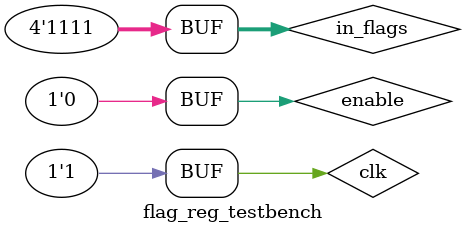
<source format=sv>
`timescale 1ns/10ps

module flag_reg #(parameter WIDTH = 64) (out_flags, in_flags, clk, enable);
		output logic [3:0] out_flags;
		input logic [3:0] in_flags;
		input logic clk, enable;
		
		en_D_FF neg_reg (.q(out_flags[3]), .d(in_flags[3]), .enable, .clk);
		en_D_FF zero_reg (.q(out_flags[2]), .d(in_flags[2]), .enable, .clk);
		en_D_FF overflow_reg (.q(out_flags[1]), .d(in_flags[1]), .enable, .clk);
		en_D_FF carry_reg (.q(out_flags[0]), .d(in_flags[0]), .enable, .clk);

endmodule


module flag_reg_testbench();
		logic [3:0] out_flags, in_flags;
		logic clk, enable;
		
		flag_reg dut (.out_flags, .in_flags, .clk, .enable);
		
		initial begin
				in_flags = 4'b0010; enable = 0; clk = 1; #10;
				in_flags = 4'b0110; enable = 1; clk = 0; #10;
				in_flags = 4'b0000; enable = 1; clk = 1; #10;
				in_flags = 4'b1000; enable = 0; clk = 0; #10;
				in_flags = 4'b1111; enable = 0; clk = 1; #10;
				
		end
endmodule
</source>
